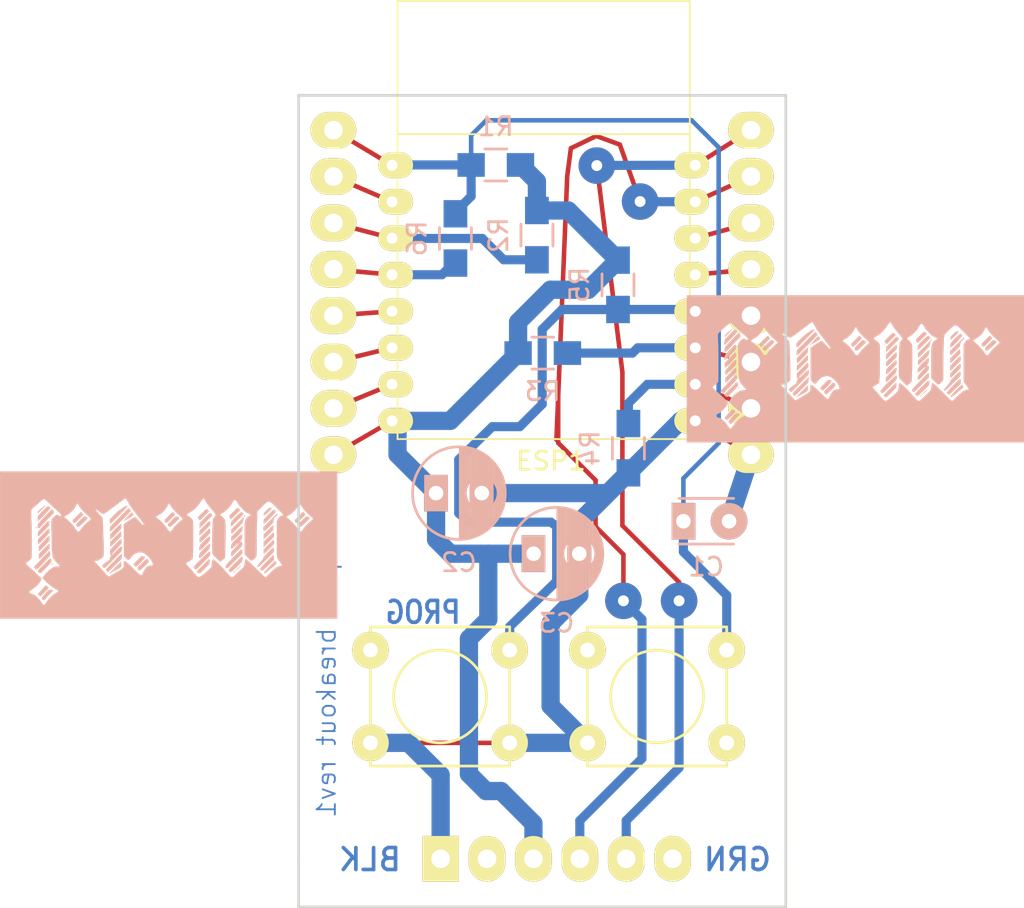
<source format=kicad_pcb>
(kicad_pcb (version 4) (host pcbnew 4.0.2-stable)
  (layers (0 F.Cu signal) (31 B.Cu signal) (34 B.Paste user hide) (35 F.Paste user hide) (36 B.SilkS user hide) (37 F.SilkS user) (38 B.Mask user hide) (39 F.Mask user hide) (44 Edge.Cuts user))
  (net 0 "")
  (net 1 /RESET)
  (net 2 GND)
  (net 3 +3V3)
  (net 4 /RX)
  (net 5 /SCL)
  (net 6 /SDA)
  (net 7 /D0)
  (net 8 /D2)
  (net 9 /D15)
  (net 10 /MOSI)
  (net 11 /MISO)
  (net 12 /SCK)
  (net 13 /D16)
  (net 14 /EN)
  (net 15 /ADC)
  (net 16 /TX)
  (net 17 "Net-(P3-Pad2)")
  (net 18 "Net-(P3-Pad6)")
  (module esp12_footprint:esp12 (layer F.Cu) (at 207.09 92.03)
    (fp_text reference ESP1 (at 8.4 20.2) (layer F.SilkS))
    (fp_text value esp12 hide)
    (pad 16 thru_hole oval (at 16.3 4 180) (size 1.9 1.4) (drill 0.6 (offset 0.2 0)) (layers *.Cu *.Mask F.SilkS) (net 16 /TX))
    (pad 15 thru_hole oval (at 16.3 6 180) (size 1.9 1.4) (drill 0.6 (offset 0.2 0)) (layers *.Cu *.Mask F.SilkS) (net 4 /RX))
    (pad 14 thru_hole oval (at 16.3 8 180) (size 1.9 1.4) (drill 0.6 (offset 0.2 0)) (layers *.Cu *.Mask F.SilkS) (net 5 /SCL))
    (pad 13 thru_hole oval (at 16.3 10 180) (size 1.9 1.4) (drill 0.6 (offset 0.2 0)) (layers *.Cu *.Mask F.SilkS) (net 6 /SDA))
    (pad 12 thru_hole oval (at 16.3 12 180) (size 1.9 1.4) (drill 0.6 (offset 0.2 0)) (layers *.Cu *.Mask F.SilkS) (net 7 /D0))
    (pad 11 thru_hole oval (at 16.3 14 180) (size 1.9 1.4) (drill 0.6 (offset 0.2 0)) (layers *.Cu *.Mask F.SilkS) (net 8 /D2))
    (pad 10 thru_hole oval (at 16.3 16 180) (size 1.9 1.4) (drill 0.6 (offset 0.2 0)) (layers *.Cu *.Mask F.SilkS) (net 9 /D15))
    (pad 9 thru_hole oval (at 16.3 18 180) (size 1.9 1.4) (drill 0.6 (offset 0.2 0)) (layers *.Cu *.Mask F.SilkS) (net 2 GND))
    (pad 8 thru_hole oval (at -0.3 18) (size 1.9 1.4) (drill 0.6 (offset 0.2 0)) (layers *.Cu *.Mask F.SilkS) (net 3 +3V3))
    (pad 7 thru_hole oval (at -0.3 16) (size 1.9 1.4) (drill 0.6 (offset 0.2 0)) (layers *.Cu *.Mask F.SilkS) (net 10 /MOSI))
    (pad 6 thru_hole oval (at -0.3 14) (size 1.9 1.4) (drill 0.6 (offset 0.2 0)) (layers *.Cu *.Mask F.SilkS) (net 11 /MISO))
    (pad 5 thru_hole oval (at -0.3 12) (size 1.9 1.4) (drill 0.6 (offset 0.2 0)) (layers *.Cu *.Mask F.SilkS) (net 12 /SCK))
    (pad 4 thru_hole oval (at -0.3 10) (size 1.9 1.4) (drill 0.6 (offset 0.2 0)) (layers *.Cu *.Mask F.SilkS) (net 13 /D16))
    (pad 3 thru_hole oval (at -0.3 8) (size 1.9 1.4) (drill 0.6 (offset 0.2 0)) (layers *.Cu *.Mask F.SilkS) (net 14 /EN))
    (pad 2 thru_hole oval (at -0.3 6) (size 1.9 1.4) (drill 0.6 (offset 0.2 0)) (layers *.Cu *.Mask F.SilkS) (net 15 /ADC))
    (pad 1 thru_hole oval (at -0.3 4) (size 1.9 1.4) (drill 0.6 (offset 0.2 0)) (layers *.Cu *.Mask F.SilkS) (net 1 /RESET))
  )
  (module Pin_Headers:Pin_Header_Straight_1x08 (layer F.Cu) (at 203.58 111.89 180)
    (fp_text reference P1 hide)
    (fp_text value CONN_01X08 hide)
    (pad 1 thru_hole oval (at 0 0 180) (size 2.5 2) (drill 1.016) (layers *.Cu *.Mask F.SilkS) (net 3 +3V3))
    (pad 2 thru_hole oval (at 0 2.54 180) (size 2.5 2) (drill 1.016) (layers *.Cu *.Mask F.SilkS) (net 10 /MOSI))
    (pad 3 thru_hole oval (at 0 5.08 180) (size 2.5 2) (drill 1.016) (layers *.Cu *.Mask F.SilkS) (net 11 /MISO))
    (pad 4 thru_hole oval (at 0 7.62 180) (size 2.5 2) (drill 1.016) (layers *.Cu *.Mask F.SilkS) (net 12 /SCK))
    (pad 5 thru_hole oval (at 0 10.16 180) (size 2.5 2) (drill 1.016) (layers *.Cu *.Mask F.SilkS) (net 13 /D16))
    (pad 6 thru_hole oval (at 0 12.7 180) (size 2.5 2) (drill 1.016) (layers *.Cu *.Mask F.SilkS) (net 14 /EN))
    (pad 7 thru_hole oval (at 0 15.24 180) (size 2.5 2) (drill 1.016) (layers *.Cu *.Mask F.SilkS) (net 15 /ADC))
    (pad 8 thru_hole oval (at 0 17.78 180) (size 2.5 2) (drill 1.016) (layers *.Cu *.Mask F.SilkS) (net 1 /RESET))
  )
  (module Capacitors_ThroughHole:C_Disc_D3_P2.5 (layer B.Cu) (at 222.74 115.53)
    (fp_text reference C1 (at 1.25 2.5) (layer B.SilkS) (effects (justify mirror)))
    (fp_text value 100nF)
    (pad 1 thru_hole rect (at 0 0) (size 1.3 2) (drill 0.8) (layers *.Cu *.Mask B.SilkS) (net 1 /RESET))
    (pad 2 thru_hole circle (at 2.5 0) (size 2 2) (drill 0.8001) (layers *.Cu *.Mask B.SilkS) (net 2 GND))
  )
  (module Capacitors_ThroughHole:C_Radial_D5_L11_P2.5 (layer B.Cu) (at 209.2 113.99)
    (fp_text reference C2 (at 1.25 3.8) (layer B.SilkS) (effects (justify mirror)))
    (fp_text value 100uf)
    (pad 1 thru_hole rect (at 0 0) (size 1.3 2) (drill 0.8) (layers *.Cu *.Mask B.SilkS) (net 3 +3V3))
    (pad 2 thru_hole oval (at 2.5 0) (size 1.3 2) (drill 0.8) (layers *.Cu *.Mask B.SilkS) (net 2 GND))
  )
  (module Capacitors_ThroughHole:C_Radial_D5_L11_P2.5 (layer B.Cu) (at 214.54 117.31)
    (fp_text reference C3 (at 1.25 3.8) (layer B.SilkS) (effects (justify mirror)))
    (fp_text value 10uf)
    (pad 1 thru_hole rect (at 0 0) (size 1.3 2) (drill 0.8) (layers *.Cu *.Mask B.SilkS) (net 3 +3V3))
    (pad 2 thru_hole oval (at 2.5 0) (size 1.3 2) (drill 0.8) (layers *.Cu *.Mask B.SilkS) (net 2 GND))
  )
  (module Buttons_Switches_ThroughHole:SW_PUSH_SMALL (layer F.Cu) (at 221.3 125.13)
    (fp_text reference SW1 hide)
    (fp_text value reset)
    (pad 1 thru_hole circle (at 3.81 -2.54) (size 2 2) (drill 0.8128) (layers *.Cu *.Mask F.SilkS) (net 1 /RESET))
    (pad X thru_hole circle (at 3.81 2.54) (size 2 2) (drill 0.8128) (layers *.Cu *.Mask F.SilkS))
    (pad X thru_hole circle (at -3.81 -2.54) (size 2 2) (drill 0.8128) (layers *.Cu *.Mask F.SilkS))
    (pad 2 thru_hole circle (at -3.81 2.54) (size 2 2) (drill 0.8128) (layers *.Cu *.Mask F.SilkS) (net 2 GND))
  )
  (module Buttons_Switches_ThroughHole:SW_PUSH_SMALL (layer F.Cu) (at 209.42 125.13)
    (fp_text reference SW2 hide)
    (fp_text value program)
    (pad 1 thru_hole circle (at 3.81 -2.54) (size 2 2) (drill 0.8128) (layers *.Cu *.Mask F.SilkS) (net 7 /D0))
    (pad 2 thru_hole circle (at 3.81 2.54) (size 2 2) (drill 0.8128) (layers *.Cu *.Mask F.SilkS) (net 2 GND))
    (pad X thru_hole circle (at -3.81 -2.54) (size 2 2) (drill 0.8) (layers *.Cu *.Mask F.SilkS))
    (pad 2 thru_hole circle (at -3.81 2.54) (size 2 2) (drill 0.8128) (layers *.Cu *.Mask F.SilkS) (net 2 GND))
  )
  (module Resistors_SMD:R_0805_HandSoldering (layer B.Cu) (at 210.26 100.04 270)
    (fp_text reference R6 (at 0 2.1 270) (layer B.SilkS) (effects (justify mirror)))
    (fp_text value R)
    (pad 1 smd rect (at -1.35 0 270) (size 1.5 1.3) (layers B.Cu B.Paste B.Mask) (net 1 /RESET))
    (pad 2 smd rect (at 1.35 0 270) (size 1.5 1.3) (layers B.Cu B.Paste B.Mask) (net 13 /D16))
  )
  (module Pin_Headers:Pin_Header_Straight_1x08 (layer F.Cu) (at 226.44 94.11)
    (fp_text reference P2 hide)
    (fp_text value CONN_01X08 hide)
    (pad 1 thru_hole oval (at 0 0) (size 2.5 2) (drill 1.016) (layers *.Cu *.Mask F.SilkS) (net 16 /TX))
    (pad 2 thru_hole oval (at 0 2.54) (size 2.5 2) (drill 1.016) (layers *.Cu *.Mask F.SilkS) (net 4 /RX))
    (pad 3 thru_hole oval (at 0 5.08) (size 2.5 2) (drill 1.016) (layers *.Cu *.Mask F.SilkS) (net 5 /SCL))
    (pad 4 thru_hole oval (at 0 7.62) (size 2.5 2) (drill 1.016) (layers *.Cu *.Mask F.SilkS) (net 6 /SDA))
    (pad 5 thru_hole oval (at 0 10.16) (size 2.5 2) (drill 1.016) (layers *.Cu *.Mask F.SilkS) (net 7 /D0))
    (pad 6 thru_hole oval (at 0 12.7) (size 2.5 2) (drill 1.016) (layers *.Cu *.Mask F.SilkS) (net 8 /D2))
    (pad 7 thru_hole oval (at 0 15.24) (size 2.5 2) (drill 1.016) (layers *.Cu *.Mask F.SilkS) (net 9 /D15))
    (pad 8 thru_hole oval (at 0 17.78) (size 2.5 2) (drill 1.016) (layers *.Cu *.Mask F.SilkS) (net 2 GND))
  )
  (module Resistors_SMD:R_0805_HandSoldering (layer B.Cu) (at 212.47 96.015 180)
    (fp_text reference R1 (at 0 2.1 180) (layer B.SilkS) (effects (justify mirror)))
    (fp_text value 10K)
    (pad 1 smd rect (at -1.35 0 180) (size 1.5 1.3) (layers B.Cu B.Paste B.Mask) (net 3 +3V3))
    (pad 2 smd rect (at 1.35 0 180) (size 1.5 1.3) (layers B.Cu B.Paste B.Mask) (net 1 /RESET))
  )
  (module Resistors_SMD:R_0805_HandSoldering (layer B.Cu) (at 214.72 99.86 270)
    (fp_text reference R2 (at 0 2.1 270) (layer B.SilkS) (effects (justify mirror)))
    (fp_text value 10K)
    (pad 1 smd rect (at -1.35 0 270) (size 1.5 1.3) (layers B.Cu B.Paste B.Mask) (net 3 +3V3))
    (pad 2 smd rect (at 1.35 0 270) (size 1.5 1.3) (layers B.Cu B.Paste B.Mask) (net 14 /EN))
  )
  (module Resistors_SMD:R_0805_HandSoldering (layer B.Cu) (at 215.04 106.32)
    (fp_text reference R3 (at 0 2.1) (layer B.SilkS) (effects (justify mirror)))
    (fp_text value 10K)
    (pad 1 smd rect (at -1.35 0) (size 1.5 1.3) (layers B.Cu B.Paste B.Mask) (net 3 +3V3))
    (pad 2 smd rect (at 1.35 0) (size 1.5 1.3) (layers B.Cu B.Paste B.Mask) (net 8 /D2))
  )
  (module Resistors_SMD:R_0805_HandSoldering (layer B.Cu) (at 219.73 111.53 270)
    (fp_text reference R4 (at 0 2.1 270) (layer B.SilkS) (effects (justify mirror)))
    (fp_text value 10K)
    (pad 1 smd rect (at -1.35 0 270) (size 1.5 1.3) (layers B.Cu B.Paste B.Mask) (net 9 /D15))
    (pad 2 smd rect (at 1.35 0 270) (size 1.5 1.3) (layers B.Cu B.Paste B.Mask) (net 2 GND))
  )
  (module Resistors_SMD:R_0805_HandSoldering (layer B.Cu) (at 219.16 102.58 270)
    (fp_text reference R5 (at 0 2.1 270) (layer B.SilkS) (effects (justify mirror)))
    (fp_text value 10K)
    (pad 1 smd rect (at -1.35 0 270) (size 1.5 1.3) (layers B.Cu B.Paste B.Mask) (net 3 +3V3))
    (pad 2 smd rect (at 1.35 0 270) (size 1.5 1.3) (layers B.Cu B.Paste B.Mask) (net 7 /D0))
  )
  (module Pin_Headers:Pin_Header_Straight_1x06 (layer F.Cu) (at 209.45 134.02 90)
    (fp_text reference P3 hide)
    (fp_text value FT232_3V3)
    (pad 1 thru_hole rect (at 0 0 90) (size 2.5 2) (drill 1.016) (layers *.Cu *.Mask F.SilkS) (net 2 GND))
    (pad 2 thru_hole oval (at 0 2.54 90) (size 2.5 2) (drill 1.016) (layers *.Cu *.Mask F.SilkS) (net 17 "Net-(P3-Pad2)"))
    (pad 3 thru_hole oval (at 0 5.08 90) (size 2.5 2) (drill 1.016) (layers *.Cu *.Mask F.SilkS) (net 3 +3V3))
    (pad 4 thru_hole oval (at 0 7.62 90) (size 2.5 2) (drill 1.016) (layers *.Cu *.Mask F.SilkS) (net 4 /RX))
    (pad 5 thru_hole oval (at 0 10.16 90) (size 2.5 2) (drill 1.016) (layers *.Cu *.Mask F.SilkS) (net 16 /TX))
    (pad 6 thru_hole oval (at 0 12.7 90) (size 2.5 2) (drill 1.016) (layers *.Cu *.Mask F.SilkS) (net 18 "Net-(P3-Pad6)"))
  )
  (module initials:initials (layer F.Cu) (at 232.156 107.188)
    (fp_text reference "" (at 0 0) (layer B.SilkS) (effects (justify mirror)))
    (fp_text value "" (at 0 0) (layer B.SilkS) (effects (justify mirror)))
  )
  (module initials:initials (layer F.Cu) (at 194.564 116.84)
    (fp_text reference "" (at 0 0) (layer B.SilkS) (effects (justify mirror)))
    (fp_text value "" (at 0 0) (layer B.SilkS) (effects (justify mirror)))
  )
  (gr_text "esp12 breakout rev1" (at 203.2 123.952 90) (layer B.Cu) (effects (font (size 1 1) (thickness 0.1)) (justify mirror)))
  (gr_text GRN (at 225.7 134.06) (layer B.Cu) (effects (font (size 1.2 1.2) (thickness 0.2)) (justify mirror)))
  (gr_text BLK (at 205.58 134.06) (layer B.Cu) (effects (font (size 1.2 1.2) (thickness 0.2)) (justify mirror)))
  (gr_text PROG (at 208.49 120.52) (layer B.Cu) (effects (font (size 1.2 1) (thickness 0.2)) (justify mirror)))
  (gr_line (start 228.345 136.655) (end 228.345 134.115) (angle 90) (layer Edge.Cuts) (width 0.15))
  (gr_line (start 201.675 136.655) (end 228.345 136.655) (angle 90) (layer Edge.Cuts) (width 0.15))
  (gr_line (start 201.675 134.115) (end 201.675 136.655) (angle 90) (layer Edge.Cuts) (width 0.15))
  (gr_line (start 201.675 134.115) (end 201.675 130.94) (angle 90) (layer Edge.Cuts) (width 0.15))
  (gr_line (start 228.345 130.94) (end 228.345 134.115) (angle 90) (layer Edge.Cuts) (width 0.15))
  (gr_line (start 201.675 130.94) (end 201.675 92.205) (angle 90) (layer Edge.Cuts) (width 0.15))
  (gr_line (start 228.345 92.205) (end 228.345 130.94) (angle 90) (layer Edge.Cuts) (width 0.15))
  (gr_line (start 201.675 92.205) (end 228.345 92.205) (angle 90) (layer Edge.Cuts) (width 0.15))
  (segment (start 203.58 94.11) (end 206.79 96.03) (width 0.25) (layer F.Cu) (net 1))
  (segment (start 223.74 112.18) (end 222.74 113.18) (width 0.25) (layer B.Cu) (net 1))
  (segment (start 211.12 94.4) (end 211.95 93.57) (width 0.25) (layer B.Cu) (net 1))
  (segment (start 211.95 93.57) (end 223.19 93.57) (width 0.25) (layer B.Cu) (net 1))
  (segment (start 223.19 93.57) (end 224.67 95.05) (width 0.25) (layer B.Cu) (net 1))
  (segment (start 224.67 95.05) (end 224.67 111.25) (width 0.25) (layer B.Cu) (net 1))
  (segment (start 224.67 111.25) (end 223.74 112.18) (width 0.25) (layer B.Cu) (net 1))
  (segment (start 211.12 96.015) (end 211.12 94.4) (width 0.25) (layer B.Cu) (net 1))
  (segment (start 222.74 113.18) (end 222.74 115.53) (width 0.25) (layer B.Cu) (net 1))
  (segment (start 222.74 115.53) (end 222.74 117.21) (width 0.5) (layer B.Cu) (net 1))
  (segment (start 222.74 117.21) (end 225.11 119.58) (width 0.5) (layer B.Cu) (net 1))
  (segment (start 225.11 119.58) (end 225.11 122.59) (width 0.5) (layer B.Cu) (net 1))
  (segment (start 210.26 98.59) (end 210.29 98.56) (width 0.5) (layer B.Cu) (net 1))
  (segment (start 211.12 96.015) (end 211.12 97.73) (width 0.5) (layer B.Cu) (net 1))
  (segment (start 211.12 97.73) (end 210.26 98.59) (width 0.5) (layer B.Cu) (net 1))
  (segment (start 211.105 96.03) (end 207.09 96.03) (width 0.25) (layer B.Cu) (net 1))
  (segment (start 211.12 96.015) (end 211.105 96.03) (width 1) (layer B.Cu) (net 1))
  (segment (start 211.12 96.015) (end 207.105 96.015) (width 0.5) (layer B.Cu) (net 1))
  (segment (start 207.105 96.015) (end 207.09 96.03) (width 0.5) (layer B.Cu) (net 1))
  (segment (start 223.39 110.03) (end 226.44 111.89) (width 0.25) (layer F.Cu) (net 2))
  (segment (start 205.61 127.67) (end 207.69 127.67) (width 1) (layer B.Cu) (net 2))
  (segment (start 209.45 129.43) (end 209.45 134.02) (width 1) (layer B.Cu) (net 2))
  (segment (start 207.69 127.67) (end 209.45 129.43) (width 1) (layer B.Cu) (net 2))
  (segment (start 219.73 112.88) (end 222.58 110.03) (width 1) (layer B.Cu) (net 2))
  (segment (start 222.58 110.03) (end 223.09 110.03) (width 1) (layer B.Cu) (net 2))
  (segment (start 217.49 127.67) (end 215.47 125.65) (width 1) (layer B.Cu) (net 2))
  (segment (start 217.04 119.56) (end 217.04 117.31) (width 1) (layer B.Cu) (net 2))
  (segment (start 215.47 121.13) (end 217.04 119.56) (width 1) (layer B.Cu) (net 2))
  (segment (start 215.47 125.65) (end 215.47 121.13) (width 1) (layer B.Cu) (net 2))
  (segment (start 217.49 127.67) (end 213.23 127.67) (width 1) (layer B.Cu) (net 2))
  (segment (start 217.04 117.31) (end 217.04 115.57) (width 1) (layer B.Cu) (net 2))
  (segment (start 217.04 115.57) (end 219.73 112.88) (width 1) (layer B.Cu) (net 2))
  (segment (start 211.7 113.99) (end 218.6 113.99) (width 1) (layer B.Cu) (net 2))
  (segment (start 219.71 112.88) (end 219.73 112.88) (width 1) (layer B.Cu) (net 2))
  (segment (start 218.6 113.99) (end 219.71 112.88) (width 1) (layer B.Cu) (net 2))
  (segment (start 226.44 111.89) (end 225.24 115.53) (width 1) (layer B.Cu) (net 2))
  (segment (start 213.23 127.67) (end 205.61 127.67) (width 0.25) (layer F.Cu) (net 2))
  (segment (start 219.39 112.54) (end 219.73 112.88) (width 0.5) (layer B.Cu) (net 2))
  (segment (start 225.88 111.89) (end 226.44 111.89) (width 0.5) (layer B.Cu) (net 2))
  (segment (start 226.22 111.89) (end 226.44 111.89) (width 0.5) (layer B.Cu) (net 2))
  (segment (start 206.79 110.03) (end 203.58 111.89) (width 0.25) (layer F.Cu) (net 3))
  (segment (start 212.06 120.9) (end 212.06 117.31) (width 1) (layer B.Cu) (net 3))
  (segment (start 214.53 134.02) (end 214.53 132.08) (width 1) (layer B.Cu) (net 3))
  (segment (start 211 121.96) (end 212.06 120.9) (width 1) (layer B.Cu) (net 3))
  (segment (start 211 129.38) (end 211 121.96) (width 1) (layer B.Cu) (net 3))
  (segment (start 211.93 130.31) (end 211 129.38) (width 1) (layer B.Cu) (net 3))
  (segment (start 212.76 130.31) (end 211.93 130.31) (width 1) (layer B.Cu) (net 3))
  (segment (start 214.53 132.08) (end 212.76 130.31) (width 1) (layer B.Cu) (net 3))
  (segment (start 214.54 117.31) (end 212.06 117.31) (width 1) (layer B.Cu) (net 3))
  (segment (start 212.06 117.31) (end 211.59 117.31) (width 1) (layer B.Cu) (net 3))
  (segment (start 211.59 117.31) (end 209.98 117.31) (width 1) (layer B.Cu) (net 3))
  (segment (start 209.2 116.53) (end 209.2 113.99) (width 1) (layer B.Cu) (net 3))
  (segment (start 209.98 117.31) (end 209.2 116.53) (width 1) (layer B.Cu) (net 3))
  (segment (start 207.09 110.03) (end 207.09 111.88) (width 1) (layer B.Cu) (net 3))
  (segment (start 207.09 111.88) (end 209.2 113.99) (width 1) (layer B.Cu) (net 3))
  (segment (start 213.69 106.32) (end 213.69 104.62) (width 1) (layer B.Cu) (net 3))
  (segment (start 217.54 102.85) (end 219.16 101.23) (width 1) (layer B.Cu) (net 3))
  (segment (start 215.46 102.85) (end 217.54 102.85) (width 1) (layer B.Cu) (net 3))
  (segment (start 213.69 104.62) (end 215.46 102.85) (width 1) (layer B.Cu) (net 3))
  (segment (start 213.82 96.015) (end 214.72 96.915) (width 1) (layer B.Cu) (net 3))
  (segment (start 214.72 96.915) (end 214.72 98.51) (width 1) (layer B.Cu) (net 3))
  (segment (start 214.72 98.51) (end 216.44 98.51) (width 1) (layer B.Cu) (net 3))
  (segment (start 216.44 98.51) (end 219.16 101.23) (width 1) (layer B.Cu) (net 3))
  (segment (start 207.09 110.03) (end 209.98 110.03) (width 1) (layer B.Cu) (net 3))
  (segment (start 209.98 110.03) (end 213.69 106.32) (width 1) (layer B.Cu) (net 3))
  (segment (start 207.09 110.03) (end 207.09 110.40898) (width 0.5) (layer B.Cu) (net 3))
  (segment (start 226.44 96.65) (end 223.39 98.03) (width 0.25) (layer F.Cu) (net 4))
  (segment (start 215.884484 108.711352) (end 215.884484 111.236484) (width 0.25) (layer F.Cu) (net 4))
  (segment (start 219.456 117.348) (end 219.456 119.888) (width 0.25) (layer F.Cu) (net 4))
  (segment (start 217.932 115.824) (end 219.456 117.348) (width 0.25) (layer F.Cu) (net 4))
  (segment (start 217.932 113.284) (end 217.932 115.824) (width 0.25) (layer F.Cu) (net 4))
  (segment (start 215.884484 111.236484) (end 217.932 113.284) (width 0.25) (layer F.Cu) (net 4))
  (segment (start 219.456 119.888) (end 220.472 120.904) (width 0.5) (layer B.Cu) (net 4))
  (segment (start 220.472 120.904) (end 220.472 128.524) (width 0.5) (layer B.Cu) (net 4))
  (segment (start 220.472 128.524) (end 217.07 131.926) (width 0.5) (layer B.Cu) (net 4))
  (segment (start 217.07 131.926) (end 217.07 134.02) (width 0.5) (layer B.Cu) (net 4))
  (segment (start 216.97 133.92) (end 217.07 134.02) (width 0.5) (layer B.Cu) (net 4))
  (segment (start 220.37 98.02) (end 219.26 94.9) (width 0.25) (layer F.Cu) (net 4))
  (via (at 220.37 98.02) (size 2) (drill 0.6) (layers F.Cu B.Cu) (net 4))
  (segment (start 220.38 98.03) (end 220.37 98.02) (width 0.5) (layer B.Cu) (net 4))
  (segment (start 223.09 98.03) (end 220.38 98.03) (width 0.5) (layer B.Cu) (net 4))
  (segment (start 216.38 96.63) (end 215.884484 108.711352) (width 0.25) (layer F.Cu) (net 4))
  (segment (start 215.884484 108.711352) (end 215.787698 111.071126) (width 0.25) (layer F.Cu) (net 4))
  (segment (start 216.58 95.1) (end 216.38 96.63) (width 0.25) (layer F.Cu) (net 4))
  (segment (start 217.97 94.43) (end 216.58 95.1) (width 0.25) (layer F.Cu) (net 4))
  (segment (start 219.26 94.9) (end 217.97 94.43) (width 0.25) (layer F.Cu) (net 4))
  (segment (start 219.456 119.888) (end 219.326 119.758) (width 0.5) (layer B.Cu) (net 4))
  (segment (start 219.286 119.718) (end 219.456 119.888) (width 0.5) (layer F.Cu) (net 4))
  (via (at 219.456 119.888) (size 2) (drill 0.6) (layers F.Cu B.Cu) (net 4))
  (segment (start 223.39 100.03) (end 226.44 99.19) (width 0.25) (layer F.Cu) (net 5))
  (segment (start 226.44 101.73) (end 223.39 102.03) (width 0.25) (layer F.Cu) (net 6))
  (segment (start 223.39 104.03) (end 226.44 104.27) (width 0.25) (layer F.Cu) (net 7))
  (segment (start 213.78 110.35) (end 212.28 110.35) (width 0.5) (layer B.Cu) (net 7))
  (segment (start 215.01 105.02) (end 215.01 109.12) (width 0.5) (layer B.Cu) (net 7))
  (segment (start 215.01 109.12) (end 213.78 110.35) (width 0.5) (layer B.Cu) (net 7))
  (segment (start 216.1 103.93) (end 215.01 105.02) (width 0.5) (layer B.Cu) (net 7))
  (segment (start 213.23 121.3) (end 213.23 122.59) (width 0.5) (layer B.Cu) (net 7))
  (segment (start 215.8 118.82) (end 213.23 121.3) (width 0.5) (layer B.Cu) (net 7))
  (segment (start 215.8 115.81) (end 215.8 118.82) (width 0.5) (layer B.Cu) (net 7))
  (segment (start 215.48 115.58) (end 215.8 115.81) (width 0.5) (layer B.Cu) (net 7))
  (segment (start 210.99 115.58) (end 215.48 115.58) (width 0.5) (layer B.Cu) (net 7))
  (segment (start 210.44 115.09) (end 210.99 115.58) (width 0.5) (layer B.Cu) (net 7))
  (segment (start 210.44 112.15) (end 210.44 115.09) (width 0.5) (layer B.Cu) (net 7))
  (segment (start 212.28 110.35) (end 210.44 112.15) (width 0.5) (layer B.Cu) (net 7))
  (segment (start 216.1 103.93) (end 219.16 103.93) (width 0.5) (layer B.Cu) (net 7))
  (segment (start 216.1 103.93) (end 222.99 103.93) (width 0.5) (layer B.Cu) (net 7))
  (segment (start 223.09 104.03) (end 222.99 103.93) (width 0.5) (layer B.Cu) (net 7))
  (segment (start 223.09 104.03) (end 223.03 103.97) (width 0.5) (layer B.Cu) (net 7))
  (segment (start 226.44 106.81) (end 223.39 106.03) (width 0.25) (layer F.Cu) (net 8))
  (segment (start 216.39 106.32) (end 219.95 106.32) (width 0.5) (layer B.Cu) (net 8))
  (segment (start 220.24 106.03) (end 223.09 106.03) (width 0.5) (layer B.Cu) (net 8))
  (segment (start 219.95 106.32) (end 220.24 106.03) (width 0.5) (layer B.Cu) (net 8))
  (segment (start 216.68 106.03) (end 216.39 106.32) (width 0.5) (layer B.Cu) (net 8))
  (segment (start 223.09 106.03) (end 222.86 106.26) (width 0.5) (layer B.Cu) (net 8))
  (segment (start 225.47 106.81) (end 226.44 106.81) (width 0.5) (layer B.Cu) (net 8))
  (segment (start 223.39 108.03) (end 226.44 109.35) (width 0.25) (layer F.Cu) (net 9))
  (segment (start 223.09 108.03) (end 220.77 108.03) (width 0.5) (layer B.Cu) (net 9))
  (segment (start 219.73 109.07) (end 219.73 110.18) (width 0.5) (layer B.Cu) (net 9))
  (segment (start 220.77 108.03) (end 219.73 109.07) (width 0.5) (layer B.Cu) (net 9))
  (segment (start 225.99 109.35) (end 226.44 109.35) (width 0.5) (layer B.Cu) (net 9))
  (segment (start 206.79 108.03) (end 203.58 109.35) (width 0.25) (layer F.Cu) (net 10))
  (segment (start 204.35 109.35) (end 203.58 109.35) (width 0.5) (layer B.Cu) (net 10))
  (segment (start 206.79 106.03) (end 203.58 106.81) (width 0.25) (layer F.Cu) (net 11))
  (segment (start 203.58 104.27) (end 206.79 104.03) (width 0.25) (layer F.Cu) (net 12))
  (segment (start 203.58 101.73) (end 206.79 102.03) (width 0.25) (layer F.Cu) (net 13))
  (segment (start 210.26 101.29) (end 209.52 102.03) (width 0.5) (layer B.Cu) (net 13))
  (segment (start 209.52 102.03) (end 207.09 102.03) (width 0.5) (layer B.Cu) (net 13))
  (segment (start 207.09 102.03) (end 208.42 102.03) (width 0.25) (layer B.Cu) (net 13))
  (segment (start 203.58 99.19) (end 206.79 100.03) (width 0.25) (layer F.Cu) (net 14))
  (segment (start 207.09 100.03) (end 207.1 100.04) (width 0.5) (layer B.Cu) (net 14))
  (segment (start 207.1 100.04) (end 211.73 100.04) (width 0.5) (layer B.Cu) (net 14))
  (segment (start 212.9 101.21) (end 214.72 101.21) (width 0.5) (layer B.Cu) (net 14))
  (segment (start 211.73 100.04) (end 212.9 101.21) (width 0.5) (layer B.Cu) (net 14))
  (segment (start 203.58 96.65) (end 206.79 98.03) (width 0.25) (layer F.Cu) (net 15))
  (segment (start 223.39 96.03) (end 226.44 94.11) (width 0.25) (layer F.Cu) (net 16))
  (segment (start 219.4 107.36) (end 219.4 115.768) (width 0.25) (layer F.Cu) (net 16))
  (segment (start 218 96.05) (end 219.4 107.36) (width 0.25) (layer F.Cu) (net 16))
  (via (at 218 96.05) (size 2) (drill 0.6) (layers F.Cu B.Cu) (net 16))
  (segment (start 222.504 129.032) (end 219.61 131.926) (width 0.5) (layer B.Cu) (net 16))
  (segment (start 219.61 131.926) (end 219.61 134.02) (width 0.5) (layer B.Cu) (net 16))
  (via (at 222.504 119.888) (size 2) (drill 0.6) (layers F.Cu B.Cu) (net 16))
  (segment (start 222.504 119.888) (end 222.504 129.032) (width 0.5) (layer B.Cu) (net 16))
  (segment (start 222.504 118.872) (end 222.504 119.888) (width 0.25) (layer F.Cu) (net 16))
  (segment (start 219.4 115.768) (end 222.504 118.872) (width 0.25) (layer F.Cu) (net 16))
  (segment (start 219.69 133.94) (end 219.61 134.02) (width 0.5) (layer B.Cu) (net 16))
  (segment (start 223.09 96.03) (end 218.01 96.04) (width 0.5) (layer B.Cu) (net 16))
)
</source>
